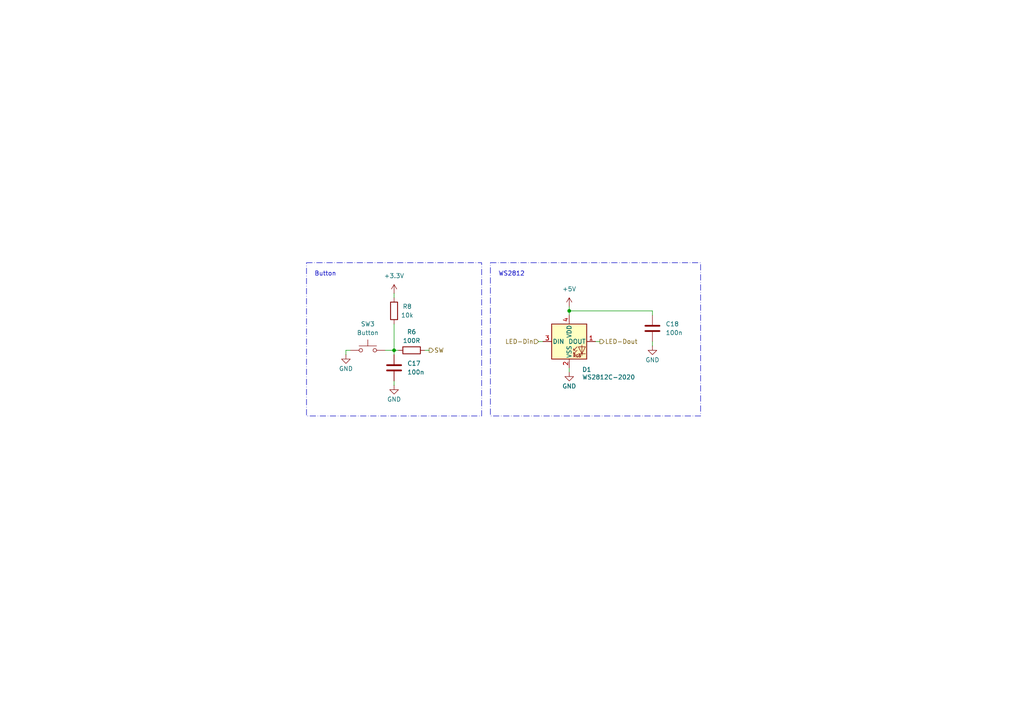
<source format=kicad_sch>
(kicad_sch (version 20250114) (generator "eeschema") (generator_version "9.0")
  (paper "A4")
  (lib_symbols
    (symbol "Device:C" (pin_numbers (hide yes)) (pin_names (offset 0.254))
      (property "Reference" "C" (at 0.635 2.54 0))
      (property "Value" "C" (at 0.635 -2.54 0))
      (symbol "C_0_1"
        (polyline (pts (xy -2.032 0.762) (xy 2.032 0.762)) (stroke (width 0.508)))
        (polyline (pts (xy -2.032 -0.762) (xy 2.032 -0.762)) (stroke (width 0.508)))
      )
      (symbol "C_1_1"
        (pin passive line (at 0 3.81 270) (length 2.794) (name "~") (number "1"))
        (pin passive line (at 0 -3.81 90) (length 2.794) (name "~") (number "2"))
      )
    )
    (symbol "Device:R" (pin_numbers (hide yes)) (pin_names (offset 0))
      (property "Reference" "R" (at 2.032 0 90))
      (property "Value" "R" (at 0 0 90))
      (symbol "R_0_1"
        (rectangle (start -1.016 -2.54) (end 1.016 2.54) (stroke (width 0.254)))
      )
      (symbol "R_1_1"
        (pin passive line (at 0 3.81 270) (length 1.27) (name "~") (number "1"))
        (pin passive line (at 0 -3.81 90) (length 1.27) (name "~") (number "2"))
      )
    )
    (symbol "LED:WS2812B-2020" (pin_names (offset 0.254))
      (property "Reference" "D" (at 5.08 5.715 0))
      (property "Value" "WS2812B-2020" (at 1.27 -5.715 0))
      (symbol "WS2812B-2020_0_0"
        (text "RGB" (at 2.286 -4.191 0) (effects (font (size 0.762 0.762))))
      )
      (symbol "WS2812B-2020_0_1"
        (polyline (pts (xy 1.27 -2.54) (xy 1.778 -2.54)))
        (polyline (pts (xy 1.27 -3.556) (xy 1.778 -3.556)))
        (polyline (pts (xy 2.286 -1.524) (xy 1.27 -2.54) (xy 1.27 -2.032)))
        (polyline (pts (xy 2.286 -2.54) (xy 1.27 -3.556) (xy 1.27 -3.048)))
        (polyline (pts (xy 3.683 -1.016) (xy 3.683 -3.556) (xy 3.683 -4.064)))
        (polyline (pts (xy 4.699 -1.524) (xy 2.667 -1.524) (xy 3.683 -3.556) (xy 4.699 -1.524)))
        (polyline (pts (xy 4.699 -3.556) (xy 2.667 -3.556)))
        (rectangle (start 5.08 5.08) (end -5.08 -5.08) (stroke (width 0.254)) (fill (type background)))
      )
      (symbol "WS2812B-2020_1_1"
        (pin input line (at -7.62 0 0) (length 2.54) (name "DIN") (number "3"))
        (pin power_in line (at 0 7.62 270) (length 2.54) (name "VDD") (number "4"))
        (pin power_in line (at 0 -7.62 90) (length 2.54) (name "VSS") (number "2"))
        (pin output line (at 7.62 0 180) (length 2.54) (name "DOUT") (number "1"))
      )
    )
    (symbol "Switch:SW_Push" (pin_numbers (hide yes)) (pin_names (offset 1.016) (hide yes))
      (property "Reference" "SW" (at 1.27 2.54 0))
      (property "Value" "SW_Push" (at 0 -1.524 0))
      (symbol "SW_Push_0_1"
        (circle (center -2.032 0) (radius 0.508))
        (polyline (pts (xy 0 1.27) (xy 0 3.048)))
        (circle (center 2.032 0) (radius 0.508))
        (polyline (pts (xy 2.54 1.27) (xy -2.54 1.27)))
        (pin passive line (at -5.08 0 0) (length 2.54) (name "1") (number "1"))
        (pin passive line (at 5.08 0 180) (length 2.54) (name "2") (number "2"))
      )
    )
    (symbol "power:GND" (power) (pin_numbers (hide yes)) (pin_names (offset 0) (hide yes))
      (property "Value" "GND" (at 0 -3.81 0))
      (symbol "GND_0_1"
        (polyline (pts (xy 0 0) (xy 0 -1.27) (xy 1.27 -1.27) (xy 0 -2.54) (xy -1.27 -1.27) (xy 0 -1.27)))
      )
      (symbol "GND_1_1"
        (pin power_in line (at 0 0 270) (length 0) (name "~") (number "1"))
      )
    )
    (symbol "power:VCC" (power) (pin_numbers (hide yes)) (pin_names (offset 0) (hide yes))
      (property "Value" "VCC" (at 0 3.556 0))
      (symbol "VCC_0_1"
        (polyline (pts (xy -0.762 1.27) (xy 0 2.54)))
        (polyline (pts (xy 0 2.54) (xy 0.762 1.27)))
        (polyline (pts (xy 0 0) (xy 0 2.54)))
      )
      (symbol "VCC_1_1"
        (pin power_in line (at 0 0 90) (length 0) (name "~") (number "1"))
      )
    )
  )
  (rectangle (start 142.24 76.2) (end 203.2 120.65) (stroke (width 0) (type dash_dot)))
  (rectangle (start 88.9 76.2) (end 139.7 120.65) (stroke (width 0) (type dash_dot)))
  (text "Button" (at 91.186 79.502 0) (effects (font (size 1.27 1.27)) (justify left)))
  (text "WS2812" (at 144.526 79.502 0) (effects (font (size 1.27 1.27)) (justify left)))
  (junction (at 114.3 101.6))
  (junction (at 165.1 90.17))
  (wire (pts (xy 111.76 101.6) (xy 114.3 101.6)))
  (wire (pts (xy 114.3 85.09) (xy 114.3 86.36)))
  (wire (pts (xy 123.19 101.6) (xy 124.46 101.6)))
  (wire (pts (xy 114.3 101.6) (xy 115.57 101.6)))
  (wire (pts (xy 189.23 99.06) (xy 189.23 100.33)))
  (wire (pts (xy 100.33 101.6) (xy 100.33 102.87)))
  (wire (pts (xy 165.1 106.68) (xy 165.1 107.95)))
  (wire (pts (xy 114.3 93.98) (xy 114.3 101.6)))
  (wire (pts (xy 114.3 110.49) (xy 114.3 111.76)))
  (wire (pts (xy 114.3 102.87) (xy 114.3 101.6)))
  (wire (pts (xy 172.72 99.06) (xy 173.99 99.06)))
  (wire (pts (xy 165.1 88.9) (xy 165.1 90.17)))
  (wire (pts (xy 156.21 99.06) (xy 157.48 99.06)))
  (wire (pts (xy 189.23 91.44) (xy 189.23 90.17)))
  (wire (pts (xy 165.1 90.17) (xy 165.1 91.44)))
  (wire (pts (xy 100.33 101.6) (xy 101.6 101.6)))
  (wire (pts (xy 165.1 90.17) (xy 189.23 90.17)))
  (hierarchical_label "SW" (shape output) (at 124.46 101.6 0))
  (hierarchical_label "LED-Din" (shape input) (at 156.21 99.06 180))
  (hierarchical_label "LED-Dout" (shape output) (at 173.99 99.06 0))
  (symbol (lib_id "Device:C") (at 114.3 106.68 0) (unit 1)
    (property "Reference" "C17" (at 118.11 105.4099 0) (effects (justify left)))
    (property "Value" "100n" (at 118.11 107.9499 0) (effects (justify left)))
    (property "Footprint" "Capacitor_SMD:C_0603_1608Metric" (effects (hide yes)))
    (property "Description" "Unpolarized capacitor" (effects (hide yes)))
  )
  (symbol (lib_id "Device:R") (at 119.38 101.6 90) (unit 1)
    (property "Reference" "R6" (at 119.38 96.266 90))
    (property "Value" "100R" (at 119.38 98.806 90))
    (property "Footprint" "Resistor_SMD:R_0603_1608Metric" (effects (hide yes)))
    (property "Description" "Resistor" (effects (hide yes)))
  )
  (symbol (lib_id "power:GND") (at 165.1 107.95 0) (unit 1)
    (property "Reference" "#PWR036" (effects (hide yes)))
    (property "Value" "GND" (at 165.1 112.014 0))
    (property "Description" "Power symbol creates a global label with name \"GND\" , ground" (effects (hide yes)))
  )
  (symbol (lib_id "power:GND") (at 100.33 102.87 0) (unit 1)
    (property "Reference" "#PWR035" (effects (hide yes)))
    (property "Value" "GND" (at 100.33 106.934 0))
    (property "Description" "Power symbol creates a global label with name \"GND\" , ground" (effects (hide yes)))
  )
  (symbol (lib_id "power:GND") (at 114.3 111.76 0) (unit 1)
    (property "Reference" "#PWR034" (effects (hide yes)))
    (property "Value" "GND" (at 114.3 115.824 0))
    (property "Description" "Power symbol creates a global label with name \"GND\" , ground" (effects (hide yes)))
  )
  (symbol (lib_id "power:VCC") (at 165.1 88.9 0) (unit 1)
    (property "Reference" "#PWR038" (effects (hide yes)))
    (property "Value" "+5V" (at 165.1 83.82 0))
    (property "Description" "Power symbol creates a global label with name \"VCC\"" (effects (hide yes)))
  )
  (symbol (lib_id "Device:C") (at 189.23 95.25 0) (unit 1)
    (property "Reference" "C18" (at 193.04 93.9799 0) (effects (justify left)))
    (property "Value" "100n" (at 193.04 96.5199 0) (effects (justify left)))
    (property "Footprint" "Capacitor_SMD:C_0603_1608Metric" (effects (hide yes)))
    (property "Description" "Unpolarized capacitor" (effects (hide yes)))
  )
  (symbol (lib_id "Device:R") (at 114.3 90.17 0) (mirror x) (unit 1)
    (property "Reference" "R8" (at 118.11 88.9 0))
    (property "Value" "10k" (at 118.11 91.44 0))
    (property "Footprint" "Resistor_SMD:R_0603_1608Metric" (effects (hide yes)))
    (property "Description" "Resistor" (effects (hide yes)))
  )
  (symbol (lib_id "power:VCC") (at 114.3 85.09 0) (unit 1)
    (property "Reference" "#PWR033" (effects (hide yes)))
    (property "Value" "+3.3V" (at 114.3 80.01 0))
    (property "Description" "Power symbol creates a global label with name \"VCC\"" (effects (hide yes)))
  )
  (symbol (lib_id "Switch:SW_Push") (at 106.68 101.6 0) (unit 1)
    (property "Reference" "SW3" (at 106.68 93.98 0))
    (property "Value" "Button" (at 106.68 96.52 0))
    (property "Footprint" "SW_Gateron_LowProfile_KS33_THT:SW_Gateron_LowProfile_THT" (effects (hide yes)))
    (property "Description" "Push button switch, generic, two pins" (effects (hide yes)))
  )
  (symbol (lib_id "power:GND") (at 189.23 100.33 0) (unit 1)
    (property "Reference" "#PWR039" (effects (hide yes)))
    (property "Value" "GND" (at 189.23 104.394 0))
    (property "Description" "Power symbol creates a global label with name \"GND\" , ground" (effects (hide yes)))
  )
  (symbol (lib_id "LED:WS2812B-2020") (at 165.1 99.06 0) (unit 1)
    (property "Reference" "D1" (at 170.18 107.188 0))
    (property "Value" "WS2812C-2020" (at 176.53 109.4038 0))
    (property "Footprint" "LED_SMD:LED_WS2812B-2020_PLCC4_2.0x2.0mm" (effects (hide yes)))
    (property "Datasheet" "https://cdn-shop.adafruit.com/product-files/4684/4684_WS2812B-2020_V1.3_EN.pdf" (effects (hide yes)))
    (property "Description" "RGB LED with integrated controller, 2.0 x 2.0 mm, 12 mA" (effects (hide yes)))
  )
)
</source>
